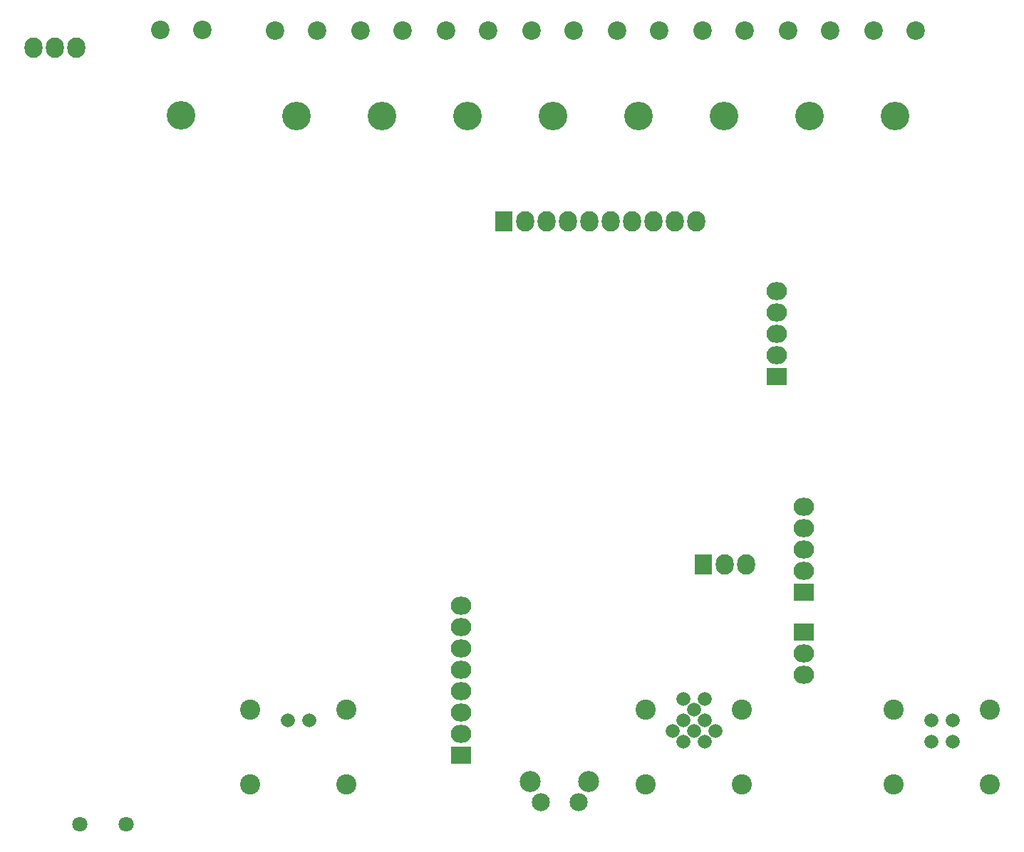
<source format=gbr>
G04 #@! TF.FileFunction,Soldermask,Bot*
%FSLAX46Y46*%
G04 Gerber Fmt 4.6, Leading zero omitted, Abs format (unit mm)*
G04 Created by KiCad (PCBNEW 4.0.1-stable) date 30/05/2016 15:34:53*
%MOMM*%
G01*
G04 APERTURE LIST*
%ADD10C,0.100000*%
%ADD11C,1.800000*%
%ADD12O,2.127200X2.432000*%
%ADD13R,2.432000X2.127200*%
%ADD14O,2.432000X2.127200*%
%ADD15R,2.127200X2.432000*%
%ADD16C,2.500000*%
%ADD17C,2.150000*%
%ADD18C,2.200000*%
%ADD19C,3.400000*%
%ADD20C,1.670000*%
%ADD21C,2.400000*%
G04 APERTURE END LIST*
D10*
D11*
X96945000Y-142309600D03*
X102445000Y-142309600D03*
D12*
X91450000Y-49950000D03*
X93990000Y-49950000D03*
X96530000Y-49950000D03*
D13*
X142240000Y-134112000D03*
D14*
X142240000Y-131572000D03*
X142240000Y-129032000D03*
X142240000Y-126492000D03*
X142240000Y-123952000D03*
X142240000Y-121412000D03*
X142240000Y-118872000D03*
X142240000Y-116332000D03*
D15*
X171069000Y-111379000D03*
D12*
X173609000Y-111379000D03*
X176149000Y-111379000D03*
D13*
X179768500Y-89090500D03*
D14*
X179768500Y-86550500D03*
X179768500Y-84010500D03*
X179768500Y-81470500D03*
X179768500Y-78930500D03*
D13*
X183000000Y-119500000D03*
D14*
X183000000Y-122040000D03*
X183000000Y-124580000D03*
D13*
X183007000Y-114681000D03*
D14*
X183007000Y-112141000D03*
X183007000Y-109601000D03*
X183007000Y-107061000D03*
X183007000Y-104521000D03*
D15*
X147320000Y-70612000D03*
D12*
X149860000Y-70612000D03*
X152400000Y-70612000D03*
X154940000Y-70612000D03*
X157480000Y-70612000D03*
X160020000Y-70612000D03*
X162560000Y-70612000D03*
X165100000Y-70612000D03*
X167640000Y-70612000D03*
X170180000Y-70612000D03*
D16*
X150450000Y-137210000D03*
D17*
X151710000Y-139700000D03*
X156210000Y-139700000D03*
D16*
X157460000Y-137210000D03*
D18*
X160822000Y-47886000D03*
D19*
X163322000Y-58086000D03*
D18*
X165822000Y-47886000D03*
X106500000Y-47800000D03*
D19*
X109000000Y-58000000D03*
D18*
X111500000Y-47800000D03*
X120182000Y-47886000D03*
D19*
X122682000Y-58086000D03*
D18*
X125182000Y-47886000D03*
X130342000Y-47886000D03*
D19*
X132842000Y-58086000D03*
D18*
X135342000Y-47886000D03*
X150662000Y-47886000D03*
D19*
X153162000Y-58086000D03*
D18*
X155662000Y-47886000D03*
X140502000Y-47886000D03*
D19*
X143002000Y-58086000D03*
D18*
X145502000Y-47886000D03*
X181142000Y-47886000D03*
D19*
X183642000Y-58086000D03*
D18*
X186142000Y-47886000D03*
X191302000Y-47886000D03*
D19*
X193802000Y-58086000D03*
D18*
X196302000Y-47886000D03*
X170982000Y-47886000D03*
D19*
X173482000Y-58086000D03*
D18*
X175982000Y-47886000D03*
D20*
X124206000Y-129921000D03*
D21*
X117221000Y-128651000D03*
X117221000Y-137541000D03*
X128651000Y-137541000D03*
X128651000Y-128651000D03*
D20*
X121666000Y-129921000D03*
X169926000Y-131191000D03*
X169926000Y-128651000D03*
X171196000Y-127381000D03*
X171196000Y-129921000D03*
X172466000Y-131191000D03*
X171196000Y-132461000D03*
X167386000Y-131191000D03*
X168656000Y-129921000D03*
X168656000Y-132461000D03*
D21*
X164211000Y-128651000D03*
X164211000Y-137541000D03*
X175641000Y-137541000D03*
X175641000Y-128651000D03*
D20*
X168656000Y-127381000D03*
X200660000Y-132461000D03*
X198120000Y-132461000D03*
X200660000Y-129921000D03*
D21*
X193675000Y-128651000D03*
X193675000Y-137541000D03*
X205105000Y-137541000D03*
X205105000Y-128651000D03*
D20*
X198120000Y-129921000D03*
M02*

</source>
